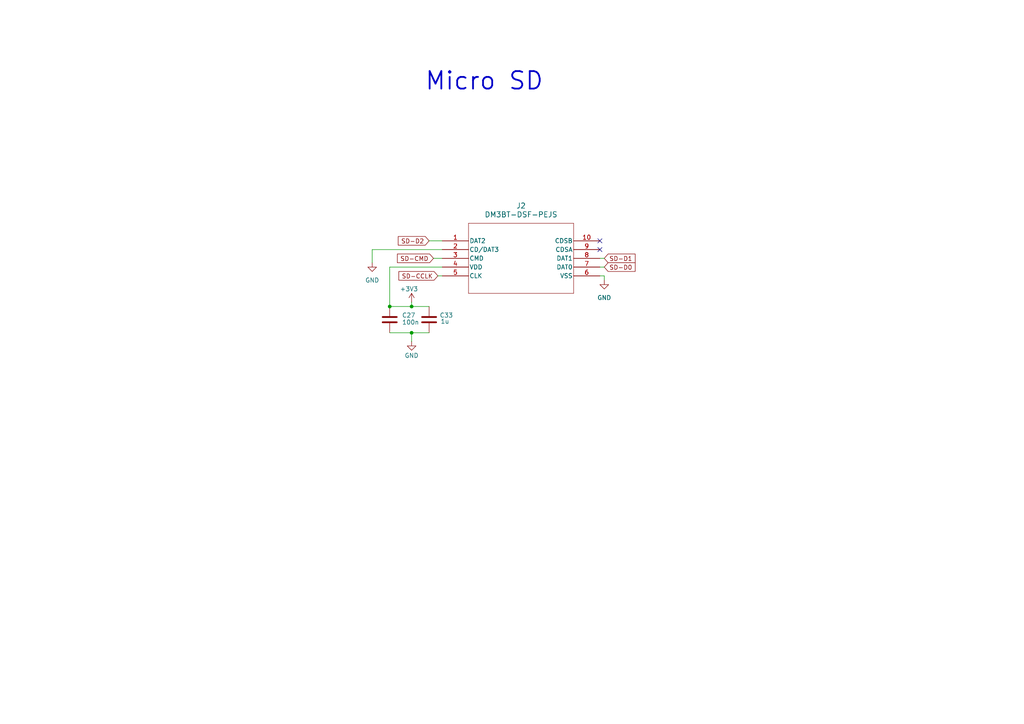
<source format=kicad_sch>
(kicad_sch (version 20250114) (generator "eeschema") (generator_version "9.0")
  (paper "A4")
  (lib_symbols
    (symbol "Device:C" (pin_numbers (hide yes)) (pin_names (offset 0.254))
      (property "Reference" "C" (at 0.635 2.54 0))
      (property "Value" "C" (at 0.635 -2.54 0))
      (symbol "C_0_1"
        (polyline (pts (xy -2.032 0.762) (xy 2.032 0.762)) (stroke (width 0.508)))
        (polyline (pts (xy -2.032 -0.762) (xy 2.032 -0.762)) (stroke (width 0.508)))
      )
      (symbol "C_1_1"
        (pin passive line (at 0 3.81 270) (length 2.794) (name "~") (number "1"))
        (pin passive line (at 0 -3.81 90) (length 2.794) (name "~") (number "2"))
      )
    )
    (symbol "GND_1" (power) (pin_numbers (hide yes)) (pin_names (offset 0) (hide yes))
      (property "Value" "GND" (at 0 -3.81 0))
      (symbol "GND_1_0_1"
        (polyline (pts (xy 0 0) (xy 0 -1.27) (xy 1.27 -1.27) (xy 0 -2.54) (xy -1.27 -1.27) (xy 0 -1.27)))
      )
      (symbol "GND_1_1_1"
        (pin power_in line (at 0 0 270) (length 0) (name "~") (number "1"))
      )
    )
    (symbol "adapter:DM3BT-DSF-PEJS" (pin_names (offset 0.254))
      (property "Reference" "J5" (at 22.86 10.16 0))
      (property "Value" "DM3BT-DSF-PEJS" (at 22.86 7.112 0))
      (symbol "DM3BT-DSF-PEJS_0_1"
        (polyline (pts (xy 7.62 5.08) (xy 7.62 -15.24)) (stroke (width 0.127)))
        (polyline (pts (xy 7.62 -15.24) (xy 38.1 -15.24)) (stroke (width 0.127)))
        (polyline (pts (xy 38.1 5.08) (xy 7.62 5.08)) (stroke (width 0.127)))
        (polyline (pts (xy 38.1 -15.24) (xy 38.1 5.08)) (stroke (width 0.127)))
        (pin bidirectional line (at 0 0 0) (length 7.62) (name "DAT2") (number "1"))
        (pin bidirectional line (at 0 -2.54 0) (length 7.62) (name "CD/DAT3") (number "2"))
        (pin unspecified line (at 0 -5.08 0) (length 7.62) (name "CMD") (number "3"))
        (pin power_in line (at 0 -7.62 0) (length 7.62) (name "VDD") (number "4"))
        (pin unspecified line (at 0 -10.16 0) (length 7.62) (name "CLK") (number "5"))
        (pin unspecified line (at 45.72 0 180) (length 7.62) (name "CDSB") (number "10"))
        (pin unspecified line (at 45.72 -2.54 180) (length 7.62) (name "CDSA") (number "9"))
        (pin bidirectional line (at 45.72 -5.08 180) (length 7.62) (name "DAT1") (number "8"))
        (pin bidirectional line (at 45.72 -7.62 180) (length 7.62) (name "DAT0") (number "7"))
        (pin power_out line (at 45.72 -10.16 180) (length 7.62) (name "VSS") (number "6"))
      )
    )
    (symbol "power:+3V3" (power) (pin_numbers (hide yes)) (pin_names (offset 0) (hide yes))
      (property "Value" "+3V3" (at 0 3.556 0))
      (symbol "+3V3_0_1"
        (polyline (pts (xy -0.762 1.27) (xy 0 2.54)))
        (polyline (pts (xy 0 2.54) (xy 0.762 1.27)))
        (polyline (pts (xy 0 0) (xy 0 2.54)))
      )
      (symbol "+3V3_1_1"
        (pin power_in line (at 0 0 90) (length 0) (name "~") (number "1"))
      )
    )
    (symbol "power:GND" (power) (pin_numbers (hide yes)) (pin_names (offset 0) (hide yes))
      (property "Value" "GND" (at 0 -3.81 0))
      (symbol "GND_0_1"
        (polyline (pts (xy 0 0) (xy 0 -1.27) (xy 1.27 -1.27) (xy 0 -2.54) (xy -1.27 -1.27) (xy 0 -1.27)))
      )
      (symbol "GND_1_1"
        (pin power_in line (at 0 0 270) (length 0) (name "~") (number "1"))
      )
    )
  )
  (text "Micro SD" (at 140.462 23.622 0) (effects (font (size 5.08 5.08) (thickness 0.508) (bold yes))))
  (junction (at 119.38 96.52))
  (junction (at 119.38 88.9))
  (junction (at 113.03 88.9))
  (no_connect (at 173.99 69.85))
  (no_connect (at 173.99 72.39))
  (wire (pts (xy 125.73 74.93) (xy 128.27 74.93)))
  (wire (pts (xy 113.03 88.9) (xy 119.38 88.9)))
  (wire (pts (xy 119.38 96.52) (xy 124.46 96.52)))
  (wire (pts (xy 113.03 96.52) (xy 119.38 96.52)))
  (wire (pts (xy 173.99 77.47) (xy 175.26 77.47)))
  (wire (pts (xy 173.99 80.01) (xy 175.26 80.01)))
  (wire (pts (xy 128.27 72.39) (xy 107.95 72.39)))
  (wire (pts (xy 127 80.01) (xy 128.27 80.01)))
  (wire (pts (xy 119.38 88.9) (xy 124.46 88.9)))
  (wire (pts (xy 113.03 77.47) (xy 113.03 88.9)))
  (wire (pts (xy 175.26 80.01) (xy 175.26 81.28)))
  (wire (pts (xy 124.46 69.85) (xy 128.27 69.85)))
  (wire (pts (xy 113.03 77.47) (xy 128.27 77.47)))
  (wire (pts (xy 119.38 87.63) (xy 119.38 88.9)))
  (wire (pts (xy 107.95 72.39) (xy 107.95 76.2)))
  (wire (pts (xy 173.99 74.93) (xy 175.26 74.93)))
  (wire (pts (xy 119.38 96.52) (xy 119.38 99.06)))
  (global_label "SD-CMD" (shape input) (at 125.73 74.93 180) (property "Intersheetrefs" "${INTERSHEET_REFS}" (effects (hide yes))))
  (global_label "SD-D0" (shape input) (at 175.26 77.47 0) (property "Intersheetrefs" "${INTERSHEET_REFS}" (effects (hide yes))))
  (global_label "SD-CCLK" (shape input) (at 127 80.01 180) (property "Intersheetrefs" "${INTERSHEET_REFS}" (effects (hide yes))))
  (global_label "SD-D1" (shape input) (at 175.26 74.93 0) (property "Intersheetrefs" "${INTERSHEET_REFS}" (effects (hide yes))))
  (global_label "SD-D2" (shape input) (at 124.46 69.85 180) (property "Intersheetrefs" "${INTERSHEET_REFS}" (effects (hide yes))))
  (symbol (lib_id "power:GND") (at 107.95 76.2 0) (unit 1)
    (property "Reference" "#PWR025" (effects (hide yes)))
    (property "Value" "GND" (at 107.95 81.28 0))
    (property "Description" "Power symbol creates a global label with name \"GND\" , ground" (effects (hide yes)))
  )
  (symbol (lib_id "power:GND") (at 119.38 99.06 0) (unit 1)
    (property "Reference" "#PWR05" (effects (hide yes)))
    (property "Value" "GND" (at 119.38 103.124 0))
  )
  (symbol (lib_id "Device:C") (at 113.03 92.71 0) (unit 1)
    (property "Reference" "C27" (at 116.586 91.44 0) (effects (justify left)))
    (property "Value" "100n" (at 116.586 93.472 0) (effects (justify left)))
    (property "Footprint" "Capacitor_SMD:C_0402_1005Metric" (effects (hide yes)))
  )
  (symbol (lib_id "adapter:DM3BT-DSF-PEJS") (at 128.27 69.85 0) (unit 1)
    (property "Reference" "J2" (at 151.13 59.69 0) (effects (font (size 1.524 1.524))))
    (property "Value" "DM3BT-DSF-PEJS" (at 151.13 62.23 0) (effects (font (size 1.524 1.524))))
    (property "Footprint" "adapter:DM3BT_DSF_PEJS" (effects (hide yes)))
    (property "Datasheet" "DM3BT-DSF-PEJS" (effects (hide yes)))
  )
  (symbol (lib_id "power:+3V3") (at 119.38 87.63 0) (unit 1)
    (property "Reference" "#PWR020" (effects (hide yes)))
    (property "Value" "+3V3" (at 118.618 83.82 0))
    (property "Description" "Power symbol creates a global label with name \"+3V3\"" (effects (hide yes)))
  )
  (symbol (lib_id "Device:C") (at 124.46 92.71 0) (unit 1)
    (property "Reference" "C33" (at 127.508 91.44 0) (effects (justify left)))
    (property "Value" "1u" (at 127.762 93.218 0) (effects (justify left)))
    (property "Footprint" "Capacitor_SMD:C_0402_1005Metric" (effects (hide yes)))
  )
  (symbol (lib_name "GND_1") (lib_id "power:GND") (at 175.26 81.28 0) (unit 1)
    (property "Reference" "#PWR077" (effects (hide yes)))
    (property "Value" "GND" (at 175.26 86.36 0))
    (property "Description" "Power symbol creates a global label with name \"GND\" , ground" (effects (hide yes)))
  )
)
</source>
